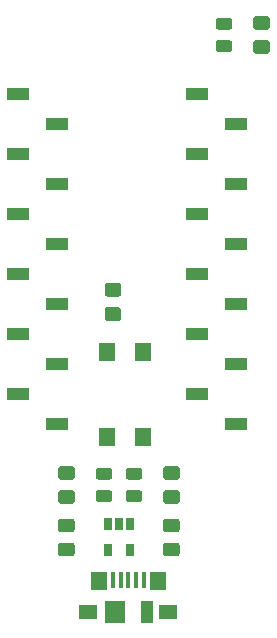
<source format=gbr>
G04 #@! TF.GenerationSoftware,KiCad,Pcbnew,(5.1.5)-3*
G04 #@! TF.CreationDate,2020-05-03T13:25:38+02:00*
G04 #@! TF.ProjectId,SPY_RECORDER-FBV010,5350595f-5245-4434-9f52-4445522d4642,v0.00*
G04 #@! TF.SameCoordinates,PX7d7a120PY7cfe0c0*
G04 #@! TF.FileFunction,Paste,Top*
G04 #@! TF.FilePolarity,Positive*
%FSLAX46Y46*%
G04 Gerber Fmt 4.6, Leading zero omitted, Abs format (unit mm)*
G04 Created by KiCad (PCBNEW (5.1.5)-3) date 2020-05-03 13:25:38*
%MOMM*%
%LPD*%
G04 APERTURE LIST*
%ADD10R,1.900000X1.000000*%
%ADD11C,0.100000*%
%ADD12R,0.450000X1.380000*%
%ADD13R,1.425000X1.550000*%
%ADD14R,1.650000X1.300000*%
%ADD15R,1.800000X1.900000*%
%ADD16R,1.000000X1.900000*%
%ADD17R,0.650000X1.060000*%
%ADD18R,1.400000X1.600000*%
G04 APERTURE END LIST*
D10*
X23150000Y18130000D03*
X23150000Y23210000D03*
X23150000Y28290000D03*
X23150000Y33370000D03*
X23150000Y38450000D03*
X23150000Y43530000D03*
X19850000Y20670000D03*
X19850000Y25750000D03*
X19850000Y30830000D03*
X19850000Y35910000D03*
X19850000Y40990000D03*
X19850000Y46070000D03*
X4650000Y46070000D03*
X4650000Y40990000D03*
X4650000Y35910000D03*
X4650000Y30830000D03*
X4650000Y25750000D03*
X4650000Y20670000D03*
X7950000Y43530000D03*
X7950000Y38450000D03*
X7950000Y33370000D03*
X7950000Y28290000D03*
X7950000Y23210000D03*
X7950000Y18130000D03*
D11*
G36*
X9237505Y14552796D02*
G01*
X9261773Y14549196D01*
X9285572Y14543235D01*
X9308671Y14534970D01*
X9330850Y14524480D01*
X9351893Y14511868D01*
X9371599Y14497253D01*
X9389777Y14480777D01*
X9406253Y14462599D01*
X9420868Y14442893D01*
X9433480Y14421850D01*
X9443970Y14399671D01*
X9452235Y14376572D01*
X9458196Y14352773D01*
X9461796Y14328505D01*
X9463000Y14304001D01*
X9463000Y13653999D01*
X9461796Y13629495D01*
X9458196Y13605227D01*
X9452235Y13581428D01*
X9443970Y13558329D01*
X9433480Y13536150D01*
X9420868Y13515107D01*
X9406253Y13495401D01*
X9389777Y13477223D01*
X9371599Y13460747D01*
X9351893Y13446132D01*
X9330850Y13433520D01*
X9308671Y13423030D01*
X9285572Y13414765D01*
X9261773Y13408804D01*
X9237505Y13405204D01*
X9213001Y13404000D01*
X8312999Y13404000D01*
X8288495Y13405204D01*
X8264227Y13408804D01*
X8240428Y13414765D01*
X8217329Y13423030D01*
X8195150Y13433520D01*
X8174107Y13446132D01*
X8154401Y13460747D01*
X8136223Y13477223D01*
X8119747Y13495401D01*
X8105132Y13515107D01*
X8092520Y13536150D01*
X8082030Y13558329D01*
X8073765Y13581428D01*
X8067804Y13605227D01*
X8064204Y13629495D01*
X8063000Y13653999D01*
X8063000Y14304001D01*
X8064204Y14328505D01*
X8067804Y14352773D01*
X8073765Y14376572D01*
X8082030Y14399671D01*
X8092520Y14421850D01*
X8105132Y14442893D01*
X8119747Y14462599D01*
X8136223Y14480777D01*
X8154401Y14497253D01*
X8174107Y14511868D01*
X8195150Y14524480D01*
X8217329Y14534970D01*
X8240428Y14543235D01*
X8264227Y14549196D01*
X8288495Y14552796D01*
X8312999Y14554000D01*
X9213001Y14554000D01*
X9237505Y14552796D01*
G37*
G36*
X9237505Y12502796D02*
G01*
X9261773Y12499196D01*
X9285572Y12493235D01*
X9308671Y12484970D01*
X9330850Y12474480D01*
X9351893Y12461868D01*
X9371599Y12447253D01*
X9389777Y12430777D01*
X9406253Y12412599D01*
X9420868Y12392893D01*
X9433480Y12371850D01*
X9443970Y12349671D01*
X9452235Y12326572D01*
X9458196Y12302773D01*
X9461796Y12278505D01*
X9463000Y12254001D01*
X9463000Y11603999D01*
X9461796Y11579495D01*
X9458196Y11555227D01*
X9452235Y11531428D01*
X9443970Y11508329D01*
X9433480Y11486150D01*
X9420868Y11465107D01*
X9406253Y11445401D01*
X9389777Y11427223D01*
X9371599Y11410747D01*
X9351893Y11396132D01*
X9330850Y11383520D01*
X9308671Y11373030D01*
X9285572Y11364765D01*
X9261773Y11358804D01*
X9237505Y11355204D01*
X9213001Y11354000D01*
X8312999Y11354000D01*
X8288495Y11355204D01*
X8264227Y11358804D01*
X8240428Y11364765D01*
X8217329Y11373030D01*
X8195150Y11383520D01*
X8174107Y11396132D01*
X8154401Y11410747D01*
X8136223Y11427223D01*
X8119747Y11445401D01*
X8105132Y11465107D01*
X8092520Y11486150D01*
X8082030Y11508329D01*
X8073765Y11531428D01*
X8067804Y11555227D01*
X8064204Y11579495D01*
X8063000Y11603999D01*
X8063000Y12254001D01*
X8064204Y12278505D01*
X8067804Y12302773D01*
X8073765Y12326572D01*
X8082030Y12349671D01*
X8092520Y12371850D01*
X8105132Y12392893D01*
X8119747Y12412599D01*
X8136223Y12430777D01*
X8154401Y12447253D01*
X8174107Y12461868D01*
X8195150Y12474480D01*
X8217329Y12484970D01*
X8240428Y12493235D01*
X8264227Y12499196D01*
X8288495Y12502796D01*
X8312999Y12504000D01*
X9213001Y12504000D01*
X9237505Y12502796D01*
G37*
G36*
X12418142Y12502826D02*
G01*
X12441803Y12499316D01*
X12465007Y12493504D01*
X12487529Y12485446D01*
X12509153Y12475218D01*
X12529670Y12462921D01*
X12548883Y12448671D01*
X12566607Y12432607D01*
X12582671Y12414883D01*
X12596921Y12395670D01*
X12609218Y12375153D01*
X12619446Y12353529D01*
X12627504Y12331007D01*
X12633316Y12307803D01*
X12636826Y12284142D01*
X12638000Y12260250D01*
X12638000Y11772750D01*
X12636826Y11748858D01*
X12633316Y11725197D01*
X12627504Y11701993D01*
X12619446Y11679471D01*
X12609218Y11657847D01*
X12596921Y11637330D01*
X12582671Y11618117D01*
X12566607Y11600393D01*
X12548883Y11584329D01*
X12529670Y11570079D01*
X12509153Y11557782D01*
X12487529Y11547554D01*
X12465007Y11539496D01*
X12441803Y11533684D01*
X12418142Y11530174D01*
X12394250Y11529000D01*
X11481750Y11529000D01*
X11457858Y11530174D01*
X11434197Y11533684D01*
X11410993Y11539496D01*
X11388471Y11547554D01*
X11366847Y11557782D01*
X11346330Y11570079D01*
X11327117Y11584329D01*
X11309393Y11600393D01*
X11293329Y11618117D01*
X11279079Y11637330D01*
X11266782Y11657847D01*
X11256554Y11679471D01*
X11248496Y11701993D01*
X11242684Y11725197D01*
X11239174Y11748858D01*
X11238000Y11772750D01*
X11238000Y12260250D01*
X11239174Y12284142D01*
X11242684Y12307803D01*
X11248496Y12331007D01*
X11256554Y12353529D01*
X11266782Y12375153D01*
X11279079Y12395670D01*
X11293329Y12414883D01*
X11309393Y12432607D01*
X11327117Y12448671D01*
X11346330Y12462921D01*
X11366847Y12475218D01*
X11388471Y12485446D01*
X11410993Y12493504D01*
X11434197Y12499316D01*
X11457858Y12502826D01*
X11481750Y12504000D01*
X12394250Y12504000D01*
X12418142Y12502826D01*
G37*
G36*
X12418142Y14377826D02*
G01*
X12441803Y14374316D01*
X12465007Y14368504D01*
X12487529Y14360446D01*
X12509153Y14350218D01*
X12529670Y14337921D01*
X12548883Y14323671D01*
X12566607Y14307607D01*
X12582671Y14289883D01*
X12596921Y14270670D01*
X12609218Y14250153D01*
X12619446Y14228529D01*
X12627504Y14206007D01*
X12633316Y14182803D01*
X12636826Y14159142D01*
X12638000Y14135250D01*
X12638000Y13647750D01*
X12636826Y13623858D01*
X12633316Y13600197D01*
X12627504Y13576993D01*
X12619446Y13554471D01*
X12609218Y13532847D01*
X12596921Y13512330D01*
X12582671Y13493117D01*
X12566607Y13475393D01*
X12548883Y13459329D01*
X12529670Y13445079D01*
X12509153Y13432782D01*
X12487529Y13422554D01*
X12465007Y13414496D01*
X12441803Y13408684D01*
X12418142Y13405174D01*
X12394250Y13404000D01*
X11481750Y13404000D01*
X11457858Y13405174D01*
X11434197Y13408684D01*
X11410993Y13414496D01*
X11388471Y13422554D01*
X11366847Y13432782D01*
X11346330Y13445079D01*
X11327117Y13459329D01*
X11309393Y13475393D01*
X11293329Y13493117D01*
X11279079Y13512330D01*
X11266782Y13532847D01*
X11256554Y13554471D01*
X11248496Y13576993D01*
X11242684Y13600197D01*
X11239174Y13623858D01*
X11238000Y13647750D01*
X11238000Y14135250D01*
X11239174Y14159142D01*
X11242684Y14182803D01*
X11248496Y14206007D01*
X11256554Y14228529D01*
X11266782Y14250153D01*
X11279079Y14270670D01*
X11293329Y14289883D01*
X11309393Y14307607D01*
X11327117Y14323671D01*
X11346330Y14337921D01*
X11366847Y14350218D01*
X11388471Y14360446D01*
X11410993Y14368504D01*
X11434197Y14374316D01*
X11457858Y14377826D01*
X11481750Y14379000D01*
X12394250Y14379000D01*
X12418142Y14377826D01*
G37*
G36*
X14958142Y12502826D02*
G01*
X14981803Y12499316D01*
X15005007Y12493504D01*
X15027529Y12485446D01*
X15049153Y12475218D01*
X15069670Y12462921D01*
X15088883Y12448671D01*
X15106607Y12432607D01*
X15122671Y12414883D01*
X15136921Y12395670D01*
X15149218Y12375153D01*
X15159446Y12353529D01*
X15167504Y12331007D01*
X15173316Y12307803D01*
X15176826Y12284142D01*
X15178000Y12260250D01*
X15178000Y11772750D01*
X15176826Y11748858D01*
X15173316Y11725197D01*
X15167504Y11701993D01*
X15159446Y11679471D01*
X15149218Y11657847D01*
X15136921Y11637330D01*
X15122671Y11618117D01*
X15106607Y11600393D01*
X15088883Y11584329D01*
X15069670Y11570079D01*
X15049153Y11557782D01*
X15027529Y11547554D01*
X15005007Y11539496D01*
X14981803Y11533684D01*
X14958142Y11530174D01*
X14934250Y11529000D01*
X14021750Y11529000D01*
X13997858Y11530174D01*
X13974197Y11533684D01*
X13950993Y11539496D01*
X13928471Y11547554D01*
X13906847Y11557782D01*
X13886330Y11570079D01*
X13867117Y11584329D01*
X13849393Y11600393D01*
X13833329Y11618117D01*
X13819079Y11637330D01*
X13806782Y11657847D01*
X13796554Y11679471D01*
X13788496Y11701993D01*
X13782684Y11725197D01*
X13779174Y11748858D01*
X13778000Y11772750D01*
X13778000Y12260250D01*
X13779174Y12284142D01*
X13782684Y12307803D01*
X13788496Y12331007D01*
X13796554Y12353529D01*
X13806782Y12375153D01*
X13819079Y12395670D01*
X13833329Y12414883D01*
X13849393Y12432607D01*
X13867117Y12448671D01*
X13886330Y12462921D01*
X13906847Y12475218D01*
X13928471Y12485446D01*
X13950993Y12493504D01*
X13974197Y12499316D01*
X13997858Y12502826D01*
X14021750Y12504000D01*
X14934250Y12504000D01*
X14958142Y12502826D01*
G37*
G36*
X14958142Y14377826D02*
G01*
X14981803Y14374316D01*
X15005007Y14368504D01*
X15027529Y14360446D01*
X15049153Y14350218D01*
X15069670Y14337921D01*
X15088883Y14323671D01*
X15106607Y14307607D01*
X15122671Y14289883D01*
X15136921Y14270670D01*
X15149218Y14250153D01*
X15159446Y14228529D01*
X15167504Y14206007D01*
X15173316Y14182803D01*
X15176826Y14159142D01*
X15178000Y14135250D01*
X15178000Y13647750D01*
X15176826Y13623858D01*
X15173316Y13600197D01*
X15167504Y13576993D01*
X15159446Y13554471D01*
X15149218Y13532847D01*
X15136921Y13512330D01*
X15122671Y13493117D01*
X15106607Y13475393D01*
X15088883Y13459329D01*
X15069670Y13445079D01*
X15049153Y13432782D01*
X15027529Y13422554D01*
X15005007Y13414496D01*
X14981803Y13408684D01*
X14958142Y13405174D01*
X14934250Y13404000D01*
X14021750Y13404000D01*
X13997858Y13405174D01*
X13974197Y13408684D01*
X13950993Y13414496D01*
X13928471Y13422554D01*
X13906847Y13432782D01*
X13886330Y13445079D01*
X13867117Y13459329D01*
X13849393Y13475393D01*
X13833329Y13493117D01*
X13819079Y13512330D01*
X13806782Y13532847D01*
X13796554Y13554471D01*
X13788496Y13576993D01*
X13782684Y13600197D01*
X13779174Y13623858D01*
X13778000Y13647750D01*
X13778000Y14135250D01*
X13779174Y14159142D01*
X13782684Y14182803D01*
X13788496Y14206007D01*
X13796554Y14228529D01*
X13806782Y14250153D01*
X13819079Y14270670D01*
X13833329Y14289883D01*
X13849393Y14307607D01*
X13867117Y14323671D01*
X13886330Y14337921D01*
X13906847Y14350218D01*
X13928471Y14360446D01*
X13950993Y14368504D01*
X13974197Y14374316D01*
X13997858Y14377826D01*
X14021750Y14379000D01*
X14934250Y14379000D01*
X14958142Y14377826D01*
G37*
G36*
X22578142Y50602826D02*
G01*
X22601803Y50599316D01*
X22625007Y50593504D01*
X22647529Y50585446D01*
X22669153Y50575218D01*
X22689670Y50562921D01*
X22708883Y50548671D01*
X22726607Y50532607D01*
X22742671Y50514883D01*
X22756921Y50495670D01*
X22769218Y50475153D01*
X22779446Y50453529D01*
X22787504Y50431007D01*
X22793316Y50407803D01*
X22796826Y50384142D01*
X22798000Y50360250D01*
X22798000Y49872750D01*
X22796826Y49848858D01*
X22793316Y49825197D01*
X22787504Y49801993D01*
X22779446Y49779471D01*
X22769218Y49757847D01*
X22756921Y49737330D01*
X22742671Y49718117D01*
X22726607Y49700393D01*
X22708883Y49684329D01*
X22689670Y49670079D01*
X22669153Y49657782D01*
X22647529Y49647554D01*
X22625007Y49639496D01*
X22601803Y49633684D01*
X22578142Y49630174D01*
X22554250Y49629000D01*
X21641750Y49629000D01*
X21617858Y49630174D01*
X21594197Y49633684D01*
X21570993Y49639496D01*
X21548471Y49647554D01*
X21526847Y49657782D01*
X21506330Y49670079D01*
X21487117Y49684329D01*
X21469393Y49700393D01*
X21453329Y49718117D01*
X21439079Y49737330D01*
X21426782Y49757847D01*
X21416554Y49779471D01*
X21408496Y49801993D01*
X21402684Y49825197D01*
X21399174Y49848858D01*
X21398000Y49872750D01*
X21398000Y50360250D01*
X21399174Y50384142D01*
X21402684Y50407803D01*
X21408496Y50431007D01*
X21416554Y50453529D01*
X21426782Y50475153D01*
X21439079Y50495670D01*
X21453329Y50514883D01*
X21469393Y50532607D01*
X21487117Y50548671D01*
X21506330Y50562921D01*
X21526847Y50575218D01*
X21548471Y50585446D01*
X21570993Y50593504D01*
X21594197Y50599316D01*
X21617858Y50602826D01*
X21641750Y50604000D01*
X22554250Y50604000D01*
X22578142Y50602826D01*
G37*
G36*
X22578142Y52477826D02*
G01*
X22601803Y52474316D01*
X22625007Y52468504D01*
X22647529Y52460446D01*
X22669153Y52450218D01*
X22689670Y52437921D01*
X22708883Y52423671D01*
X22726607Y52407607D01*
X22742671Y52389883D01*
X22756921Y52370670D01*
X22769218Y52350153D01*
X22779446Y52328529D01*
X22787504Y52306007D01*
X22793316Y52282803D01*
X22796826Y52259142D01*
X22798000Y52235250D01*
X22798000Y51747750D01*
X22796826Y51723858D01*
X22793316Y51700197D01*
X22787504Y51676993D01*
X22779446Y51654471D01*
X22769218Y51632847D01*
X22756921Y51612330D01*
X22742671Y51593117D01*
X22726607Y51575393D01*
X22708883Y51559329D01*
X22689670Y51545079D01*
X22669153Y51532782D01*
X22647529Y51522554D01*
X22625007Y51514496D01*
X22601803Y51508684D01*
X22578142Y51505174D01*
X22554250Y51504000D01*
X21641750Y51504000D01*
X21617858Y51505174D01*
X21594197Y51508684D01*
X21570993Y51514496D01*
X21548471Y51522554D01*
X21526847Y51532782D01*
X21506330Y51545079D01*
X21487117Y51559329D01*
X21469393Y51575393D01*
X21453329Y51593117D01*
X21439079Y51612330D01*
X21426782Y51632847D01*
X21416554Y51654471D01*
X21408496Y51676993D01*
X21402684Y51700197D01*
X21399174Y51723858D01*
X21398000Y51747750D01*
X21398000Y52235250D01*
X21399174Y52259142D01*
X21402684Y52282803D01*
X21408496Y52306007D01*
X21416554Y52328529D01*
X21426782Y52350153D01*
X21439079Y52370670D01*
X21453329Y52389883D01*
X21469393Y52407607D01*
X21487117Y52423671D01*
X21506330Y52437921D01*
X21526847Y52450218D01*
X21548471Y52460446D01*
X21570993Y52468504D01*
X21594197Y52474316D01*
X21617858Y52477826D01*
X21641750Y52479000D01*
X22554250Y52479000D01*
X22578142Y52477826D01*
G37*
D12*
X12700000Y4889000D03*
X13350000Y4889000D03*
X14000000Y4889000D03*
X14650000Y4889000D03*
X15300000Y4889000D03*
D13*
X11512500Y4804000D03*
X16487500Y4804000D03*
D14*
X10625000Y2229000D03*
X17375000Y2229000D03*
D15*
X12850000Y2229000D03*
D16*
X15550000Y2229000D03*
D11*
G36*
X18127505Y10107796D02*
G01*
X18151773Y10104196D01*
X18175572Y10098235D01*
X18198671Y10089970D01*
X18220850Y10079480D01*
X18241893Y10066868D01*
X18261599Y10052253D01*
X18279777Y10035777D01*
X18296253Y10017599D01*
X18310868Y9997893D01*
X18323480Y9976850D01*
X18333970Y9954671D01*
X18342235Y9931572D01*
X18348196Y9907773D01*
X18351796Y9883505D01*
X18353000Y9859001D01*
X18353000Y9208999D01*
X18351796Y9184495D01*
X18348196Y9160227D01*
X18342235Y9136428D01*
X18333970Y9113329D01*
X18323480Y9091150D01*
X18310868Y9070107D01*
X18296253Y9050401D01*
X18279777Y9032223D01*
X18261599Y9015747D01*
X18241893Y9001132D01*
X18220850Y8988520D01*
X18198671Y8978030D01*
X18175572Y8969765D01*
X18151773Y8963804D01*
X18127505Y8960204D01*
X18103001Y8959000D01*
X17202999Y8959000D01*
X17178495Y8960204D01*
X17154227Y8963804D01*
X17130428Y8969765D01*
X17107329Y8978030D01*
X17085150Y8988520D01*
X17064107Y9001132D01*
X17044401Y9015747D01*
X17026223Y9032223D01*
X17009747Y9050401D01*
X16995132Y9070107D01*
X16982520Y9091150D01*
X16972030Y9113329D01*
X16963765Y9136428D01*
X16957804Y9160227D01*
X16954204Y9184495D01*
X16953000Y9208999D01*
X16953000Y9859001D01*
X16954204Y9883505D01*
X16957804Y9907773D01*
X16963765Y9931572D01*
X16972030Y9954671D01*
X16982520Y9976850D01*
X16995132Y9997893D01*
X17009747Y10017599D01*
X17026223Y10035777D01*
X17044401Y10052253D01*
X17064107Y10066868D01*
X17085150Y10079480D01*
X17107329Y10089970D01*
X17130428Y10098235D01*
X17154227Y10104196D01*
X17178495Y10107796D01*
X17202999Y10109000D01*
X18103001Y10109000D01*
X18127505Y10107796D01*
G37*
G36*
X18127505Y8057796D02*
G01*
X18151773Y8054196D01*
X18175572Y8048235D01*
X18198671Y8039970D01*
X18220850Y8029480D01*
X18241893Y8016868D01*
X18261599Y8002253D01*
X18279777Y7985777D01*
X18296253Y7967599D01*
X18310868Y7947893D01*
X18323480Y7926850D01*
X18333970Y7904671D01*
X18342235Y7881572D01*
X18348196Y7857773D01*
X18351796Y7833505D01*
X18353000Y7809001D01*
X18353000Y7158999D01*
X18351796Y7134495D01*
X18348196Y7110227D01*
X18342235Y7086428D01*
X18333970Y7063329D01*
X18323480Y7041150D01*
X18310868Y7020107D01*
X18296253Y7000401D01*
X18279777Y6982223D01*
X18261599Y6965747D01*
X18241893Y6951132D01*
X18220850Y6938520D01*
X18198671Y6928030D01*
X18175572Y6919765D01*
X18151773Y6913804D01*
X18127505Y6910204D01*
X18103001Y6909000D01*
X17202999Y6909000D01*
X17178495Y6910204D01*
X17154227Y6913804D01*
X17130428Y6919765D01*
X17107329Y6928030D01*
X17085150Y6938520D01*
X17064107Y6951132D01*
X17044401Y6965747D01*
X17026223Y6982223D01*
X17009747Y7000401D01*
X16995132Y7020107D01*
X16982520Y7041150D01*
X16972030Y7063329D01*
X16963765Y7086428D01*
X16957804Y7110227D01*
X16954204Y7134495D01*
X16953000Y7158999D01*
X16953000Y7809001D01*
X16954204Y7833505D01*
X16957804Y7857773D01*
X16963765Y7881572D01*
X16972030Y7904671D01*
X16982520Y7926850D01*
X16995132Y7947893D01*
X17009747Y7967599D01*
X17026223Y7985777D01*
X17044401Y8002253D01*
X17064107Y8016868D01*
X17085150Y8029480D01*
X17107329Y8039970D01*
X17130428Y8048235D01*
X17154227Y8054196D01*
X17178495Y8057796D01*
X17202999Y8059000D01*
X18103001Y8059000D01*
X18127505Y8057796D01*
G37*
G36*
X9237505Y10107796D02*
G01*
X9261773Y10104196D01*
X9285572Y10098235D01*
X9308671Y10089970D01*
X9330850Y10079480D01*
X9351893Y10066868D01*
X9371599Y10052253D01*
X9389777Y10035777D01*
X9406253Y10017599D01*
X9420868Y9997893D01*
X9433480Y9976850D01*
X9443970Y9954671D01*
X9452235Y9931572D01*
X9458196Y9907773D01*
X9461796Y9883505D01*
X9463000Y9859001D01*
X9463000Y9208999D01*
X9461796Y9184495D01*
X9458196Y9160227D01*
X9452235Y9136428D01*
X9443970Y9113329D01*
X9433480Y9091150D01*
X9420868Y9070107D01*
X9406253Y9050401D01*
X9389777Y9032223D01*
X9371599Y9015747D01*
X9351893Y9001132D01*
X9330850Y8988520D01*
X9308671Y8978030D01*
X9285572Y8969765D01*
X9261773Y8963804D01*
X9237505Y8960204D01*
X9213001Y8959000D01*
X8312999Y8959000D01*
X8288495Y8960204D01*
X8264227Y8963804D01*
X8240428Y8969765D01*
X8217329Y8978030D01*
X8195150Y8988520D01*
X8174107Y9001132D01*
X8154401Y9015747D01*
X8136223Y9032223D01*
X8119747Y9050401D01*
X8105132Y9070107D01*
X8092520Y9091150D01*
X8082030Y9113329D01*
X8073765Y9136428D01*
X8067804Y9160227D01*
X8064204Y9184495D01*
X8063000Y9208999D01*
X8063000Y9859001D01*
X8064204Y9883505D01*
X8067804Y9907773D01*
X8073765Y9931572D01*
X8082030Y9954671D01*
X8092520Y9976850D01*
X8105132Y9997893D01*
X8119747Y10017599D01*
X8136223Y10035777D01*
X8154401Y10052253D01*
X8174107Y10066868D01*
X8195150Y10079480D01*
X8217329Y10089970D01*
X8240428Y10098235D01*
X8264227Y10104196D01*
X8288495Y10107796D01*
X8312999Y10109000D01*
X9213001Y10109000D01*
X9237505Y10107796D01*
G37*
G36*
X9237505Y8057796D02*
G01*
X9261773Y8054196D01*
X9285572Y8048235D01*
X9308671Y8039970D01*
X9330850Y8029480D01*
X9351893Y8016868D01*
X9371599Y8002253D01*
X9389777Y7985777D01*
X9406253Y7967599D01*
X9420868Y7947893D01*
X9433480Y7926850D01*
X9443970Y7904671D01*
X9452235Y7881572D01*
X9458196Y7857773D01*
X9461796Y7833505D01*
X9463000Y7809001D01*
X9463000Y7158999D01*
X9461796Y7134495D01*
X9458196Y7110227D01*
X9452235Y7086428D01*
X9443970Y7063329D01*
X9433480Y7041150D01*
X9420868Y7020107D01*
X9406253Y7000401D01*
X9389777Y6982223D01*
X9371599Y6965747D01*
X9351893Y6951132D01*
X9330850Y6938520D01*
X9308671Y6928030D01*
X9285572Y6919765D01*
X9261773Y6913804D01*
X9237505Y6910204D01*
X9213001Y6909000D01*
X8312999Y6909000D01*
X8288495Y6910204D01*
X8264227Y6913804D01*
X8240428Y6919765D01*
X8217329Y6928030D01*
X8195150Y6938520D01*
X8174107Y6951132D01*
X8154401Y6965747D01*
X8136223Y6982223D01*
X8119747Y7000401D01*
X8105132Y7020107D01*
X8092520Y7041150D01*
X8082030Y7063329D01*
X8073765Y7086428D01*
X8067804Y7110227D01*
X8064204Y7134495D01*
X8063000Y7158999D01*
X8063000Y7809001D01*
X8064204Y7833505D01*
X8067804Y7857773D01*
X8073765Y7881572D01*
X8082030Y7904671D01*
X8092520Y7926850D01*
X8105132Y7947893D01*
X8119747Y7967599D01*
X8136223Y7985777D01*
X8154401Y8002253D01*
X8174107Y8016868D01*
X8195150Y8029480D01*
X8217329Y8039970D01*
X8240428Y8048235D01*
X8264227Y8054196D01*
X8288495Y8057796D01*
X8312999Y8059000D01*
X9213001Y8059000D01*
X9237505Y8057796D01*
G37*
G36*
X18127505Y14552796D02*
G01*
X18151773Y14549196D01*
X18175572Y14543235D01*
X18198671Y14534970D01*
X18220850Y14524480D01*
X18241893Y14511868D01*
X18261599Y14497253D01*
X18279777Y14480777D01*
X18296253Y14462599D01*
X18310868Y14442893D01*
X18323480Y14421850D01*
X18333970Y14399671D01*
X18342235Y14376572D01*
X18348196Y14352773D01*
X18351796Y14328505D01*
X18353000Y14304001D01*
X18353000Y13653999D01*
X18351796Y13629495D01*
X18348196Y13605227D01*
X18342235Y13581428D01*
X18333970Y13558329D01*
X18323480Y13536150D01*
X18310868Y13515107D01*
X18296253Y13495401D01*
X18279777Y13477223D01*
X18261599Y13460747D01*
X18241893Y13446132D01*
X18220850Y13433520D01*
X18198671Y13423030D01*
X18175572Y13414765D01*
X18151773Y13408804D01*
X18127505Y13405204D01*
X18103001Y13404000D01*
X17202999Y13404000D01*
X17178495Y13405204D01*
X17154227Y13408804D01*
X17130428Y13414765D01*
X17107329Y13423030D01*
X17085150Y13433520D01*
X17064107Y13446132D01*
X17044401Y13460747D01*
X17026223Y13477223D01*
X17009747Y13495401D01*
X16995132Y13515107D01*
X16982520Y13536150D01*
X16972030Y13558329D01*
X16963765Y13581428D01*
X16957804Y13605227D01*
X16954204Y13629495D01*
X16953000Y13653999D01*
X16953000Y14304001D01*
X16954204Y14328505D01*
X16957804Y14352773D01*
X16963765Y14376572D01*
X16972030Y14399671D01*
X16982520Y14421850D01*
X16995132Y14442893D01*
X17009747Y14462599D01*
X17026223Y14480777D01*
X17044401Y14497253D01*
X17064107Y14511868D01*
X17085150Y14524480D01*
X17107329Y14534970D01*
X17130428Y14543235D01*
X17154227Y14549196D01*
X17178495Y14552796D01*
X17202999Y14554000D01*
X18103001Y14554000D01*
X18127505Y14552796D01*
G37*
G36*
X18127505Y12502796D02*
G01*
X18151773Y12499196D01*
X18175572Y12493235D01*
X18198671Y12484970D01*
X18220850Y12474480D01*
X18241893Y12461868D01*
X18261599Y12447253D01*
X18279777Y12430777D01*
X18296253Y12412599D01*
X18310868Y12392893D01*
X18323480Y12371850D01*
X18333970Y12349671D01*
X18342235Y12326572D01*
X18348196Y12302773D01*
X18351796Y12278505D01*
X18353000Y12254001D01*
X18353000Y11603999D01*
X18351796Y11579495D01*
X18348196Y11555227D01*
X18342235Y11531428D01*
X18333970Y11508329D01*
X18323480Y11486150D01*
X18310868Y11465107D01*
X18296253Y11445401D01*
X18279777Y11427223D01*
X18261599Y11410747D01*
X18241893Y11396132D01*
X18220850Y11383520D01*
X18198671Y11373030D01*
X18175572Y11364765D01*
X18151773Y11358804D01*
X18127505Y11355204D01*
X18103001Y11354000D01*
X17202999Y11354000D01*
X17178495Y11355204D01*
X17154227Y11358804D01*
X17130428Y11364765D01*
X17107329Y11373030D01*
X17085150Y11383520D01*
X17064107Y11396132D01*
X17044401Y11410747D01*
X17026223Y11427223D01*
X17009747Y11445401D01*
X16995132Y11465107D01*
X16982520Y11486150D01*
X16972030Y11508329D01*
X16963765Y11531428D01*
X16957804Y11555227D01*
X16954204Y11579495D01*
X16953000Y11603999D01*
X16953000Y12254001D01*
X16954204Y12278505D01*
X16957804Y12302773D01*
X16963765Y12326572D01*
X16972030Y12349671D01*
X16982520Y12371850D01*
X16995132Y12392893D01*
X17009747Y12412599D01*
X17026223Y12430777D01*
X17044401Y12447253D01*
X17064107Y12461868D01*
X17085150Y12474480D01*
X17107329Y12484970D01*
X17130428Y12493235D01*
X17154227Y12499196D01*
X17178495Y12502796D01*
X17202999Y12504000D01*
X18103001Y12504000D01*
X18127505Y12502796D01*
G37*
G36*
X25747505Y50602796D02*
G01*
X25771773Y50599196D01*
X25795572Y50593235D01*
X25818671Y50584970D01*
X25840850Y50574480D01*
X25861893Y50561868D01*
X25881599Y50547253D01*
X25899777Y50530777D01*
X25916253Y50512599D01*
X25930868Y50492893D01*
X25943480Y50471850D01*
X25953970Y50449671D01*
X25962235Y50426572D01*
X25968196Y50402773D01*
X25971796Y50378505D01*
X25973000Y50354001D01*
X25973000Y49703999D01*
X25971796Y49679495D01*
X25968196Y49655227D01*
X25962235Y49631428D01*
X25953970Y49608329D01*
X25943480Y49586150D01*
X25930868Y49565107D01*
X25916253Y49545401D01*
X25899777Y49527223D01*
X25881599Y49510747D01*
X25861893Y49496132D01*
X25840850Y49483520D01*
X25818671Y49473030D01*
X25795572Y49464765D01*
X25771773Y49458804D01*
X25747505Y49455204D01*
X25723001Y49454000D01*
X24822999Y49454000D01*
X24798495Y49455204D01*
X24774227Y49458804D01*
X24750428Y49464765D01*
X24727329Y49473030D01*
X24705150Y49483520D01*
X24684107Y49496132D01*
X24664401Y49510747D01*
X24646223Y49527223D01*
X24629747Y49545401D01*
X24615132Y49565107D01*
X24602520Y49586150D01*
X24592030Y49608329D01*
X24583765Y49631428D01*
X24577804Y49655227D01*
X24574204Y49679495D01*
X24573000Y49703999D01*
X24573000Y50354001D01*
X24574204Y50378505D01*
X24577804Y50402773D01*
X24583765Y50426572D01*
X24592030Y50449671D01*
X24602520Y50471850D01*
X24615132Y50492893D01*
X24629747Y50512599D01*
X24646223Y50530777D01*
X24664401Y50547253D01*
X24684107Y50561868D01*
X24705150Y50574480D01*
X24727329Y50584970D01*
X24750428Y50593235D01*
X24774227Y50599196D01*
X24798495Y50602796D01*
X24822999Y50604000D01*
X25723001Y50604000D01*
X25747505Y50602796D01*
G37*
G36*
X25747505Y52652796D02*
G01*
X25771773Y52649196D01*
X25795572Y52643235D01*
X25818671Y52634970D01*
X25840850Y52624480D01*
X25861893Y52611868D01*
X25881599Y52597253D01*
X25899777Y52580777D01*
X25916253Y52562599D01*
X25930868Y52542893D01*
X25943480Y52521850D01*
X25953970Y52499671D01*
X25962235Y52476572D01*
X25968196Y52452773D01*
X25971796Y52428505D01*
X25973000Y52404001D01*
X25973000Y51753999D01*
X25971796Y51729495D01*
X25968196Y51705227D01*
X25962235Y51681428D01*
X25953970Y51658329D01*
X25943480Y51636150D01*
X25930868Y51615107D01*
X25916253Y51595401D01*
X25899777Y51577223D01*
X25881599Y51560747D01*
X25861893Y51546132D01*
X25840850Y51533520D01*
X25818671Y51523030D01*
X25795572Y51514765D01*
X25771773Y51508804D01*
X25747505Y51505204D01*
X25723001Y51504000D01*
X24822999Y51504000D01*
X24798495Y51505204D01*
X24774227Y51508804D01*
X24750428Y51514765D01*
X24727329Y51523030D01*
X24705150Y51533520D01*
X24684107Y51546132D01*
X24664401Y51560747D01*
X24646223Y51577223D01*
X24629747Y51595401D01*
X24615132Y51615107D01*
X24602520Y51636150D01*
X24592030Y51658329D01*
X24583765Y51681428D01*
X24577804Y51705227D01*
X24574204Y51729495D01*
X24573000Y51753999D01*
X24573000Y52404001D01*
X24574204Y52428505D01*
X24577804Y52452773D01*
X24583765Y52476572D01*
X24592030Y52499671D01*
X24602520Y52521850D01*
X24615132Y52542893D01*
X24629747Y52562599D01*
X24646223Y52580777D01*
X24664401Y52597253D01*
X24684107Y52611868D01*
X24705150Y52624480D01*
X24727329Y52634970D01*
X24750428Y52643235D01*
X24774227Y52649196D01*
X24798495Y52652796D01*
X24822999Y52654000D01*
X25723001Y52654000D01*
X25747505Y52652796D01*
G37*
D17*
X14158000Y9609000D03*
X13208000Y9609000D03*
X12258000Y9609000D03*
X12258000Y7409000D03*
X14158000Y7409000D03*
D11*
G36*
X13174505Y27996796D02*
G01*
X13198773Y27993196D01*
X13222572Y27987235D01*
X13245671Y27978970D01*
X13267850Y27968480D01*
X13288893Y27955868D01*
X13308599Y27941253D01*
X13326777Y27924777D01*
X13343253Y27906599D01*
X13357868Y27886893D01*
X13370480Y27865850D01*
X13380970Y27843671D01*
X13389235Y27820572D01*
X13395196Y27796773D01*
X13398796Y27772505D01*
X13400000Y27748001D01*
X13400000Y27097999D01*
X13398796Y27073495D01*
X13395196Y27049227D01*
X13389235Y27025428D01*
X13380970Y27002329D01*
X13370480Y26980150D01*
X13357868Y26959107D01*
X13343253Y26939401D01*
X13326777Y26921223D01*
X13308599Y26904747D01*
X13288893Y26890132D01*
X13267850Y26877520D01*
X13245671Y26867030D01*
X13222572Y26858765D01*
X13198773Y26852804D01*
X13174505Y26849204D01*
X13150001Y26848000D01*
X12249999Y26848000D01*
X12225495Y26849204D01*
X12201227Y26852804D01*
X12177428Y26858765D01*
X12154329Y26867030D01*
X12132150Y26877520D01*
X12111107Y26890132D01*
X12091401Y26904747D01*
X12073223Y26921223D01*
X12056747Y26939401D01*
X12042132Y26959107D01*
X12029520Y26980150D01*
X12019030Y27002329D01*
X12010765Y27025428D01*
X12004804Y27049227D01*
X12001204Y27073495D01*
X12000000Y27097999D01*
X12000000Y27748001D01*
X12001204Y27772505D01*
X12004804Y27796773D01*
X12010765Y27820572D01*
X12019030Y27843671D01*
X12029520Y27865850D01*
X12042132Y27886893D01*
X12056747Y27906599D01*
X12073223Y27924777D01*
X12091401Y27941253D01*
X12111107Y27955868D01*
X12132150Y27968480D01*
X12154329Y27978970D01*
X12177428Y27987235D01*
X12201227Y27993196D01*
X12225495Y27996796D01*
X12249999Y27998000D01*
X13150001Y27998000D01*
X13174505Y27996796D01*
G37*
G36*
X13174505Y30046796D02*
G01*
X13198773Y30043196D01*
X13222572Y30037235D01*
X13245671Y30028970D01*
X13267850Y30018480D01*
X13288893Y30005868D01*
X13308599Y29991253D01*
X13326777Y29974777D01*
X13343253Y29956599D01*
X13357868Y29936893D01*
X13370480Y29915850D01*
X13380970Y29893671D01*
X13389235Y29870572D01*
X13395196Y29846773D01*
X13398796Y29822505D01*
X13400000Y29798001D01*
X13400000Y29147999D01*
X13398796Y29123495D01*
X13395196Y29099227D01*
X13389235Y29075428D01*
X13380970Y29052329D01*
X13370480Y29030150D01*
X13357868Y29009107D01*
X13343253Y28989401D01*
X13326777Y28971223D01*
X13308599Y28954747D01*
X13288893Y28940132D01*
X13267850Y28927520D01*
X13245671Y28917030D01*
X13222572Y28908765D01*
X13198773Y28902804D01*
X13174505Y28899204D01*
X13150001Y28898000D01*
X12249999Y28898000D01*
X12225495Y28899204D01*
X12201227Y28902804D01*
X12177428Y28908765D01*
X12154329Y28917030D01*
X12132150Y28927520D01*
X12111107Y28940132D01*
X12091401Y28954747D01*
X12073223Y28971223D01*
X12056747Y28989401D01*
X12042132Y29009107D01*
X12029520Y29030150D01*
X12019030Y29052329D01*
X12010765Y29075428D01*
X12004804Y29099227D01*
X12001204Y29123495D01*
X12000000Y29147999D01*
X12000000Y29798001D01*
X12001204Y29822505D01*
X12004804Y29846773D01*
X12010765Y29870572D01*
X12019030Y29893671D01*
X12029520Y29915850D01*
X12042132Y29936893D01*
X12056747Y29956599D01*
X12073223Y29974777D01*
X12091401Y29991253D01*
X12111107Y30005868D01*
X12132150Y30018480D01*
X12154329Y30028970D01*
X12177428Y30037235D01*
X12201227Y30043196D01*
X12225495Y30046796D01*
X12249999Y30048000D01*
X13150001Y30048000D01*
X13174505Y30046796D01*
G37*
D18*
X12216000Y24174000D03*
X12216000Y16974000D03*
X15216000Y24174000D03*
X15216000Y16974000D03*
M02*

</source>
